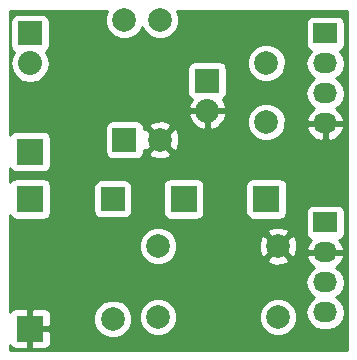
<source format=gbl>
G04 #@! TF.FileFunction,Copper,L2,Bot,Signal*
%FSLAX46Y46*%
G04 Gerber Fmt 4.6, Leading zero omitted, Abs format (unit mm)*
G04 Created by KiCad (PCBNEW 4.0.1-3.201512221402+6198~38~ubuntu14.04.1-stable) date Sat 30 Apr 2016 09:50:25 AM EDT*
%MOMM*%
G01*
G04 APERTURE LIST*
%ADD10C,0.100000*%
%ADD11C,1.998980*%
%ADD12R,1.998980X1.998980*%
%ADD13R,2.032000X1.727200*%
%ADD14O,2.032000X1.727200*%
%ADD15R,2.235200X2.235200*%
%ADD16R,2.032000X2.032000*%
%ADD17O,2.032000X2.032000*%
%ADD18C,0.254000*%
G04 APERTURE END LIST*
D10*
D11*
X111997460Y-34840000D03*
D12*
X111997460Y-45000000D03*
D11*
X111002540Y-60160000D03*
D12*
X111002540Y-50000000D03*
D13*
X129000000Y-36000000D03*
D14*
X129000000Y-38540000D03*
X129000000Y-41080000D03*
X129000000Y-43620000D03*
D15*
X104000000Y-50000000D03*
X124000000Y-50000000D03*
X117000000Y-50000000D03*
X104000000Y-46000000D03*
D16*
X104000000Y-36000000D03*
D17*
X104000000Y-38540000D03*
D11*
X115000000Y-45000000D03*
X115000000Y-34840000D03*
D16*
X119000000Y-40000000D03*
D17*
X119000000Y-42540000D03*
D13*
X129000000Y-52000000D03*
D14*
X129000000Y-54540000D03*
X129000000Y-57080000D03*
X129000000Y-59620000D03*
D11*
X125000000Y-60000000D03*
X114840000Y-60000000D03*
X125000000Y-54000000D03*
X114840000Y-54000000D03*
X124000000Y-38500640D03*
X124000000Y-43501900D03*
D15*
X104000000Y-61000000D03*
D18*
G36*
X110363254Y-34513453D02*
X110362686Y-35163694D01*
X110610998Y-35764655D01*
X111070387Y-36224846D01*
X111670913Y-36474206D01*
X112321154Y-36474774D01*
X112922115Y-36226462D01*
X113382306Y-35767073D01*
X113498708Y-35486745D01*
X113613538Y-35764655D01*
X114072927Y-36224846D01*
X114673453Y-36474206D01*
X115323694Y-36474774D01*
X115924655Y-36226462D01*
X116384846Y-35767073D01*
X116634206Y-35166547D01*
X116634774Y-34516306D01*
X116473916Y-34127000D01*
X130873000Y-34127000D01*
X130873000Y-62790000D01*
X102310000Y-62790000D01*
X102310000Y-62395040D01*
X102344073Y-62477299D01*
X102522702Y-62655927D01*
X102756091Y-62752600D01*
X103714250Y-62752600D01*
X103873000Y-62593850D01*
X103873000Y-61127000D01*
X104127000Y-61127000D01*
X104127000Y-62593850D01*
X104285750Y-62752600D01*
X105243909Y-62752600D01*
X105477298Y-62655927D01*
X105655927Y-62477299D01*
X105752600Y-62243910D01*
X105752600Y-61285750D01*
X105593850Y-61127000D01*
X104127000Y-61127000D01*
X103873000Y-61127000D01*
X103853000Y-61127000D01*
X103853000Y-60873000D01*
X103873000Y-60873000D01*
X103873000Y-59406150D01*
X104127000Y-59406150D01*
X104127000Y-60873000D01*
X105593850Y-60873000D01*
X105752600Y-60714250D01*
X105752600Y-60483694D01*
X109367766Y-60483694D01*
X109616078Y-61084655D01*
X110075467Y-61544846D01*
X110675993Y-61794206D01*
X111326234Y-61794774D01*
X111927195Y-61546462D01*
X112387386Y-61087073D01*
X112636746Y-60486547D01*
X112636888Y-60323694D01*
X113205226Y-60323694D01*
X113453538Y-60924655D01*
X113912927Y-61384846D01*
X114513453Y-61634206D01*
X115163694Y-61634774D01*
X115764655Y-61386462D01*
X116224846Y-60927073D01*
X116474206Y-60326547D01*
X116474208Y-60323694D01*
X123365226Y-60323694D01*
X123613538Y-60924655D01*
X124072927Y-61384846D01*
X124673453Y-61634206D01*
X125323694Y-61634774D01*
X125924655Y-61386462D01*
X126384846Y-60927073D01*
X126634206Y-60326547D01*
X126634774Y-59676306D01*
X126386462Y-59075345D01*
X125927073Y-58615154D01*
X125326547Y-58365794D01*
X124676306Y-58365226D01*
X124075345Y-58613538D01*
X123615154Y-59072927D01*
X123365794Y-59673453D01*
X123365226Y-60323694D01*
X116474208Y-60323694D01*
X116474774Y-59676306D01*
X116226462Y-59075345D01*
X115767073Y-58615154D01*
X115166547Y-58365794D01*
X114516306Y-58365226D01*
X113915345Y-58613538D01*
X113455154Y-59072927D01*
X113205794Y-59673453D01*
X113205226Y-60323694D01*
X112636888Y-60323694D01*
X112637314Y-59836306D01*
X112389002Y-59235345D01*
X111929613Y-58775154D01*
X111329087Y-58525794D01*
X110678846Y-58525226D01*
X110077885Y-58773538D01*
X109617694Y-59232927D01*
X109368334Y-59833453D01*
X109367766Y-60483694D01*
X105752600Y-60483694D01*
X105752600Y-59756090D01*
X105655927Y-59522701D01*
X105477298Y-59344073D01*
X105243909Y-59247400D01*
X104285750Y-59247400D01*
X104127000Y-59406150D01*
X103873000Y-59406150D01*
X103714250Y-59247400D01*
X102756091Y-59247400D01*
X102522702Y-59344073D01*
X102344073Y-59522701D01*
X102310000Y-59604960D01*
X102310000Y-57080000D01*
X127316655Y-57080000D01*
X127430729Y-57653489D01*
X127755585Y-58139670D01*
X128070366Y-58350000D01*
X127755585Y-58560330D01*
X127430729Y-59046511D01*
X127316655Y-59620000D01*
X127430729Y-60193489D01*
X127755585Y-60679670D01*
X128241766Y-61004526D01*
X128815255Y-61118600D01*
X129184745Y-61118600D01*
X129758234Y-61004526D01*
X130244415Y-60679670D01*
X130569271Y-60193489D01*
X130683345Y-59620000D01*
X130569271Y-59046511D01*
X130244415Y-58560330D01*
X129929634Y-58350000D01*
X130244415Y-58139670D01*
X130569271Y-57653489D01*
X130683345Y-57080000D01*
X130569271Y-56506511D01*
X130244415Y-56020330D01*
X129934931Y-55813539D01*
X130350732Y-55442036D01*
X130604709Y-54914791D01*
X130607358Y-54899026D01*
X130486217Y-54667000D01*
X129127000Y-54667000D01*
X129127000Y-54687000D01*
X128873000Y-54687000D01*
X128873000Y-54667000D01*
X127513783Y-54667000D01*
X127392642Y-54899026D01*
X127395291Y-54914791D01*
X127649268Y-55442036D01*
X128065069Y-55813539D01*
X127755585Y-56020330D01*
X127430729Y-56506511D01*
X127316655Y-57080000D01*
X102310000Y-57080000D01*
X102310000Y-54323694D01*
X113205226Y-54323694D01*
X113453538Y-54924655D01*
X113912927Y-55384846D01*
X114513453Y-55634206D01*
X115163694Y-55634774D01*
X115764655Y-55386462D01*
X115999363Y-55152163D01*
X124027443Y-55152163D01*
X124126042Y-55418965D01*
X124735582Y-55645401D01*
X125385377Y-55621341D01*
X125873958Y-55418965D01*
X125972557Y-55152163D01*
X125000000Y-54179605D01*
X124027443Y-55152163D01*
X115999363Y-55152163D01*
X116224846Y-54927073D01*
X116474206Y-54326547D01*
X116474722Y-53735582D01*
X123354599Y-53735582D01*
X123378659Y-54385377D01*
X123581035Y-54873958D01*
X123847837Y-54972557D01*
X124820395Y-54000000D01*
X125179605Y-54000000D01*
X126152163Y-54972557D01*
X126418965Y-54873958D01*
X126645401Y-54264418D01*
X126621341Y-53614623D01*
X126418965Y-53126042D01*
X126152163Y-53027443D01*
X125179605Y-54000000D01*
X124820395Y-54000000D01*
X123847837Y-53027443D01*
X123581035Y-53126042D01*
X123354599Y-53735582D01*
X116474722Y-53735582D01*
X116474774Y-53676306D01*
X116226462Y-53075345D01*
X115999351Y-52847837D01*
X124027443Y-52847837D01*
X125000000Y-53820395D01*
X125972557Y-52847837D01*
X125873958Y-52581035D01*
X125264418Y-52354599D01*
X124614623Y-52378659D01*
X124126042Y-52581035D01*
X124027443Y-52847837D01*
X115999351Y-52847837D01*
X115767073Y-52615154D01*
X115166547Y-52365794D01*
X114516306Y-52365226D01*
X113915345Y-52613538D01*
X113455154Y-53072927D01*
X113205794Y-53673453D01*
X113205226Y-54323694D01*
X102310000Y-54323694D01*
X102310000Y-51400722D01*
X102418310Y-51569041D01*
X102630510Y-51714031D01*
X102882400Y-51765040D01*
X105117600Y-51765040D01*
X105352917Y-51720762D01*
X105569041Y-51581690D01*
X105714031Y-51369490D01*
X105765040Y-51117600D01*
X105765040Y-49000510D01*
X109355610Y-49000510D01*
X109355610Y-50999490D01*
X109399888Y-51234807D01*
X109538960Y-51450931D01*
X109751160Y-51595921D01*
X110003050Y-51646930D01*
X112002030Y-51646930D01*
X112237347Y-51602652D01*
X112453471Y-51463580D01*
X112598461Y-51251380D01*
X112649470Y-50999490D01*
X112649470Y-49000510D01*
X112627247Y-48882400D01*
X115234960Y-48882400D01*
X115234960Y-51117600D01*
X115279238Y-51352917D01*
X115418310Y-51569041D01*
X115630510Y-51714031D01*
X115882400Y-51765040D01*
X118117600Y-51765040D01*
X118352917Y-51720762D01*
X118569041Y-51581690D01*
X118714031Y-51369490D01*
X118765040Y-51117600D01*
X118765040Y-48882400D01*
X122234960Y-48882400D01*
X122234960Y-51117600D01*
X122279238Y-51352917D01*
X122418310Y-51569041D01*
X122630510Y-51714031D01*
X122882400Y-51765040D01*
X125117600Y-51765040D01*
X125352917Y-51720762D01*
X125569041Y-51581690D01*
X125714031Y-51369490D01*
X125761232Y-51136400D01*
X127336560Y-51136400D01*
X127336560Y-52863600D01*
X127380838Y-53098917D01*
X127519910Y-53315041D01*
X127732110Y-53460031D01*
X127826927Y-53479232D01*
X127649268Y-53637964D01*
X127395291Y-54165209D01*
X127392642Y-54180974D01*
X127513783Y-54413000D01*
X128873000Y-54413000D01*
X128873000Y-54393000D01*
X129127000Y-54393000D01*
X129127000Y-54413000D01*
X130486217Y-54413000D01*
X130607358Y-54180974D01*
X130604709Y-54165209D01*
X130350732Y-53637964D01*
X130175155Y-53481093D01*
X130251317Y-53466762D01*
X130467441Y-53327690D01*
X130612431Y-53115490D01*
X130663440Y-52863600D01*
X130663440Y-51136400D01*
X130619162Y-50901083D01*
X130480090Y-50684959D01*
X130267890Y-50539969D01*
X130016000Y-50488960D01*
X127984000Y-50488960D01*
X127748683Y-50533238D01*
X127532559Y-50672310D01*
X127387569Y-50884510D01*
X127336560Y-51136400D01*
X125761232Y-51136400D01*
X125765040Y-51117600D01*
X125765040Y-48882400D01*
X125720762Y-48647083D01*
X125581690Y-48430959D01*
X125369490Y-48285969D01*
X125117600Y-48234960D01*
X122882400Y-48234960D01*
X122647083Y-48279238D01*
X122430959Y-48418310D01*
X122285969Y-48630510D01*
X122234960Y-48882400D01*
X118765040Y-48882400D01*
X118720762Y-48647083D01*
X118581690Y-48430959D01*
X118369490Y-48285969D01*
X118117600Y-48234960D01*
X115882400Y-48234960D01*
X115647083Y-48279238D01*
X115430959Y-48418310D01*
X115285969Y-48630510D01*
X115234960Y-48882400D01*
X112627247Y-48882400D01*
X112605192Y-48765193D01*
X112466120Y-48549069D01*
X112253920Y-48404079D01*
X112002030Y-48353070D01*
X110003050Y-48353070D01*
X109767733Y-48397348D01*
X109551609Y-48536420D01*
X109406619Y-48748620D01*
X109355610Y-49000510D01*
X105765040Y-49000510D01*
X105765040Y-48882400D01*
X105720762Y-48647083D01*
X105581690Y-48430959D01*
X105369490Y-48285969D01*
X105117600Y-48234960D01*
X102882400Y-48234960D01*
X102647083Y-48279238D01*
X102430959Y-48418310D01*
X102310000Y-48595339D01*
X102310000Y-47400722D01*
X102418310Y-47569041D01*
X102630510Y-47714031D01*
X102882400Y-47765040D01*
X105117600Y-47765040D01*
X105352917Y-47720762D01*
X105569041Y-47581690D01*
X105714031Y-47369490D01*
X105765040Y-47117600D01*
X105765040Y-44882400D01*
X105720762Y-44647083D01*
X105581690Y-44430959D01*
X105369490Y-44285969D01*
X105117600Y-44234960D01*
X102882400Y-44234960D01*
X102647083Y-44279238D01*
X102430959Y-44418310D01*
X102310000Y-44595339D01*
X102310000Y-44000510D01*
X110350530Y-44000510D01*
X110350530Y-45999490D01*
X110394808Y-46234807D01*
X110533880Y-46450931D01*
X110746080Y-46595921D01*
X110997970Y-46646930D01*
X112996950Y-46646930D01*
X113232267Y-46602652D01*
X113448391Y-46463580D01*
X113593381Y-46251380D01*
X113613472Y-46152163D01*
X114027443Y-46152163D01*
X114126042Y-46418965D01*
X114735582Y-46645401D01*
X115385377Y-46621341D01*
X115873958Y-46418965D01*
X115972557Y-46152163D01*
X115000000Y-45179605D01*
X114027443Y-46152163D01*
X113613472Y-46152163D01*
X113644390Y-45999490D01*
X113644390Y-45897371D01*
X113847837Y-45972557D01*
X114820395Y-45000000D01*
X115179605Y-45000000D01*
X116152163Y-45972557D01*
X116418965Y-45873958D01*
X116645401Y-45264418D01*
X116621341Y-44614623D01*
X116418965Y-44126042D01*
X116152163Y-44027443D01*
X115179605Y-45000000D01*
X114820395Y-45000000D01*
X113847837Y-44027443D01*
X113644390Y-44102629D01*
X113644390Y-44000510D01*
X113615663Y-43847837D01*
X114027443Y-43847837D01*
X115000000Y-44820395D01*
X115972557Y-43847837D01*
X115873958Y-43581035D01*
X115264418Y-43354599D01*
X114614623Y-43378659D01*
X114126042Y-43581035D01*
X114027443Y-43847837D01*
X113615663Y-43847837D01*
X113600112Y-43765193D01*
X113461040Y-43549069D01*
X113248840Y-43404079D01*
X112996950Y-43353070D01*
X110997970Y-43353070D01*
X110762653Y-43397348D01*
X110546529Y-43536420D01*
X110401539Y-43748620D01*
X110350530Y-44000510D01*
X102310000Y-44000510D01*
X102310000Y-42922944D01*
X117394025Y-42922944D01*
X117593615Y-43404818D01*
X118031621Y-43877188D01*
X118617054Y-44145983D01*
X118873000Y-44027367D01*
X118873000Y-42667000D01*
X119127000Y-42667000D01*
X119127000Y-44027367D01*
X119382946Y-44145983D01*
X119968379Y-43877188D01*
X120016219Y-43825594D01*
X122365226Y-43825594D01*
X122613538Y-44426555D01*
X123072927Y-44886746D01*
X123673453Y-45136106D01*
X124323694Y-45136674D01*
X124924655Y-44888362D01*
X125384846Y-44428973D01*
X125571680Y-43979026D01*
X127392642Y-43979026D01*
X127395291Y-43994791D01*
X127649268Y-44522036D01*
X128085680Y-44911954D01*
X128638087Y-45105184D01*
X128873000Y-44960924D01*
X128873000Y-43747000D01*
X129127000Y-43747000D01*
X129127000Y-44960924D01*
X129361913Y-45105184D01*
X129914320Y-44911954D01*
X130350732Y-44522036D01*
X130604709Y-43994791D01*
X130607358Y-43979026D01*
X130486217Y-43747000D01*
X129127000Y-43747000D01*
X128873000Y-43747000D01*
X127513783Y-43747000D01*
X127392642Y-43979026D01*
X125571680Y-43979026D01*
X125634206Y-43828447D01*
X125634774Y-43178206D01*
X125386462Y-42577245D01*
X124927073Y-42117054D01*
X124326547Y-41867694D01*
X123676306Y-41867126D01*
X123075345Y-42115438D01*
X122615154Y-42574827D01*
X122365794Y-43175353D01*
X122365226Y-43825594D01*
X120016219Y-43825594D01*
X120406385Y-43404818D01*
X120605975Y-42922944D01*
X120486836Y-42667000D01*
X119127000Y-42667000D01*
X118873000Y-42667000D01*
X117513164Y-42667000D01*
X117394025Y-42922944D01*
X102310000Y-42922944D01*
X102310000Y-38540000D01*
X102316655Y-38540000D01*
X102442330Y-39171810D01*
X102800222Y-39707433D01*
X103335845Y-40065325D01*
X103967655Y-40191000D01*
X104032345Y-40191000D01*
X104664155Y-40065325D01*
X105199778Y-39707433D01*
X105557670Y-39171810D01*
X105595027Y-38984000D01*
X117336560Y-38984000D01*
X117336560Y-41016000D01*
X117380838Y-41251317D01*
X117519910Y-41467441D01*
X117682948Y-41578840D01*
X117593615Y-41675182D01*
X117394025Y-42157056D01*
X117513164Y-42413000D01*
X118873000Y-42413000D01*
X118873000Y-42393000D01*
X119127000Y-42393000D01*
X119127000Y-42413000D01*
X120486836Y-42413000D01*
X120605975Y-42157056D01*
X120406385Y-41675182D01*
X120315903Y-41577602D01*
X120467441Y-41480090D01*
X120612431Y-41267890D01*
X120663440Y-41016000D01*
X120663440Y-38984000D01*
X120633397Y-38824334D01*
X122365226Y-38824334D01*
X122613538Y-39425295D01*
X123072927Y-39885486D01*
X123673453Y-40134846D01*
X124323694Y-40135414D01*
X124924655Y-39887102D01*
X125384846Y-39427713D01*
X125634206Y-38827187D01*
X125634456Y-38540000D01*
X127316655Y-38540000D01*
X127430729Y-39113489D01*
X127755585Y-39599670D01*
X128070366Y-39810000D01*
X127755585Y-40020330D01*
X127430729Y-40506511D01*
X127316655Y-41080000D01*
X127430729Y-41653489D01*
X127755585Y-42139670D01*
X128065069Y-42346461D01*
X127649268Y-42717964D01*
X127395291Y-43245209D01*
X127392642Y-43260974D01*
X127513783Y-43493000D01*
X128873000Y-43493000D01*
X128873000Y-43473000D01*
X129127000Y-43473000D01*
X129127000Y-43493000D01*
X130486217Y-43493000D01*
X130607358Y-43260974D01*
X130604709Y-43245209D01*
X130350732Y-42717964D01*
X129934931Y-42346461D01*
X130244415Y-42139670D01*
X130569271Y-41653489D01*
X130683345Y-41080000D01*
X130569271Y-40506511D01*
X130244415Y-40020330D01*
X129929634Y-39810000D01*
X130244415Y-39599670D01*
X130569271Y-39113489D01*
X130683345Y-38540000D01*
X130569271Y-37966511D01*
X130244415Y-37480330D01*
X130230087Y-37470757D01*
X130251317Y-37466762D01*
X130467441Y-37327690D01*
X130612431Y-37115490D01*
X130663440Y-36863600D01*
X130663440Y-35136400D01*
X130619162Y-34901083D01*
X130480090Y-34684959D01*
X130267890Y-34539969D01*
X130016000Y-34488960D01*
X127984000Y-34488960D01*
X127748683Y-34533238D01*
X127532559Y-34672310D01*
X127387569Y-34884510D01*
X127336560Y-35136400D01*
X127336560Y-36863600D01*
X127380838Y-37098917D01*
X127519910Y-37315041D01*
X127732110Y-37460031D01*
X127773439Y-37468400D01*
X127755585Y-37480330D01*
X127430729Y-37966511D01*
X127316655Y-38540000D01*
X125634456Y-38540000D01*
X125634774Y-38176946D01*
X125386462Y-37575985D01*
X124927073Y-37115794D01*
X124326547Y-36866434D01*
X123676306Y-36865866D01*
X123075345Y-37114178D01*
X122615154Y-37573567D01*
X122365794Y-38174093D01*
X122365226Y-38824334D01*
X120633397Y-38824334D01*
X120619162Y-38748683D01*
X120480090Y-38532559D01*
X120267890Y-38387569D01*
X120016000Y-38336560D01*
X117984000Y-38336560D01*
X117748683Y-38380838D01*
X117532559Y-38519910D01*
X117387569Y-38732110D01*
X117336560Y-38984000D01*
X105595027Y-38984000D01*
X105683345Y-38540000D01*
X105557670Y-37908190D01*
X105330501Y-37568208D01*
X105467441Y-37480090D01*
X105612431Y-37267890D01*
X105663440Y-37016000D01*
X105663440Y-34984000D01*
X105619162Y-34748683D01*
X105480090Y-34532559D01*
X105267890Y-34387569D01*
X105016000Y-34336560D01*
X102984000Y-34336560D01*
X102748683Y-34380838D01*
X102532559Y-34519910D01*
X102387569Y-34732110D01*
X102336560Y-34984000D01*
X102336560Y-37016000D01*
X102380838Y-37251317D01*
X102519910Y-37467441D01*
X102668837Y-37569198D01*
X102442330Y-37908190D01*
X102316655Y-38540000D01*
X102310000Y-38540000D01*
X102310000Y-34127000D01*
X110523723Y-34127000D01*
X110363254Y-34513453D01*
X110363254Y-34513453D01*
G37*
X110363254Y-34513453D02*
X110362686Y-35163694D01*
X110610998Y-35764655D01*
X111070387Y-36224846D01*
X111670913Y-36474206D01*
X112321154Y-36474774D01*
X112922115Y-36226462D01*
X113382306Y-35767073D01*
X113498708Y-35486745D01*
X113613538Y-35764655D01*
X114072927Y-36224846D01*
X114673453Y-36474206D01*
X115323694Y-36474774D01*
X115924655Y-36226462D01*
X116384846Y-35767073D01*
X116634206Y-35166547D01*
X116634774Y-34516306D01*
X116473916Y-34127000D01*
X130873000Y-34127000D01*
X130873000Y-62790000D01*
X102310000Y-62790000D01*
X102310000Y-62395040D01*
X102344073Y-62477299D01*
X102522702Y-62655927D01*
X102756091Y-62752600D01*
X103714250Y-62752600D01*
X103873000Y-62593850D01*
X103873000Y-61127000D01*
X104127000Y-61127000D01*
X104127000Y-62593850D01*
X104285750Y-62752600D01*
X105243909Y-62752600D01*
X105477298Y-62655927D01*
X105655927Y-62477299D01*
X105752600Y-62243910D01*
X105752600Y-61285750D01*
X105593850Y-61127000D01*
X104127000Y-61127000D01*
X103873000Y-61127000D01*
X103853000Y-61127000D01*
X103853000Y-60873000D01*
X103873000Y-60873000D01*
X103873000Y-59406150D01*
X104127000Y-59406150D01*
X104127000Y-60873000D01*
X105593850Y-60873000D01*
X105752600Y-60714250D01*
X105752600Y-60483694D01*
X109367766Y-60483694D01*
X109616078Y-61084655D01*
X110075467Y-61544846D01*
X110675993Y-61794206D01*
X111326234Y-61794774D01*
X111927195Y-61546462D01*
X112387386Y-61087073D01*
X112636746Y-60486547D01*
X112636888Y-60323694D01*
X113205226Y-60323694D01*
X113453538Y-60924655D01*
X113912927Y-61384846D01*
X114513453Y-61634206D01*
X115163694Y-61634774D01*
X115764655Y-61386462D01*
X116224846Y-60927073D01*
X116474206Y-60326547D01*
X116474208Y-60323694D01*
X123365226Y-60323694D01*
X123613538Y-60924655D01*
X124072927Y-61384846D01*
X124673453Y-61634206D01*
X125323694Y-61634774D01*
X125924655Y-61386462D01*
X126384846Y-60927073D01*
X126634206Y-60326547D01*
X126634774Y-59676306D01*
X126386462Y-59075345D01*
X125927073Y-58615154D01*
X125326547Y-58365794D01*
X124676306Y-58365226D01*
X124075345Y-58613538D01*
X123615154Y-59072927D01*
X123365794Y-59673453D01*
X123365226Y-60323694D01*
X116474208Y-60323694D01*
X116474774Y-59676306D01*
X116226462Y-59075345D01*
X115767073Y-58615154D01*
X115166547Y-58365794D01*
X114516306Y-58365226D01*
X113915345Y-58613538D01*
X113455154Y-59072927D01*
X113205794Y-59673453D01*
X113205226Y-60323694D01*
X112636888Y-60323694D01*
X112637314Y-59836306D01*
X112389002Y-59235345D01*
X111929613Y-58775154D01*
X111329087Y-58525794D01*
X110678846Y-58525226D01*
X110077885Y-58773538D01*
X109617694Y-59232927D01*
X109368334Y-59833453D01*
X109367766Y-60483694D01*
X105752600Y-60483694D01*
X105752600Y-59756090D01*
X105655927Y-59522701D01*
X105477298Y-59344073D01*
X105243909Y-59247400D01*
X104285750Y-59247400D01*
X104127000Y-59406150D01*
X103873000Y-59406150D01*
X103714250Y-59247400D01*
X102756091Y-59247400D01*
X102522702Y-59344073D01*
X102344073Y-59522701D01*
X102310000Y-59604960D01*
X102310000Y-57080000D01*
X127316655Y-57080000D01*
X127430729Y-57653489D01*
X127755585Y-58139670D01*
X128070366Y-58350000D01*
X127755585Y-58560330D01*
X127430729Y-59046511D01*
X127316655Y-59620000D01*
X127430729Y-60193489D01*
X127755585Y-60679670D01*
X128241766Y-61004526D01*
X128815255Y-61118600D01*
X129184745Y-61118600D01*
X129758234Y-61004526D01*
X130244415Y-60679670D01*
X130569271Y-60193489D01*
X130683345Y-59620000D01*
X130569271Y-59046511D01*
X130244415Y-58560330D01*
X129929634Y-58350000D01*
X130244415Y-58139670D01*
X130569271Y-57653489D01*
X130683345Y-57080000D01*
X130569271Y-56506511D01*
X130244415Y-56020330D01*
X129934931Y-55813539D01*
X130350732Y-55442036D01*
X130604709Y-54914791D01*
X130607358Y-54899026D01*
X130486217Y-54667000D01*
X129127000Y-54667000D01*
X129127000Y-54687000D01*
X128873000Y-54687000D01*
X128873000Y-54667000D01*
X127513783Y-54667000D01*
X127392642Y-54899026D01*
X127395291Y-54914791D01*
X127649268Y-55442036D01*
X128065069Y-55813539D01*
X127755585Y-56020330D01*
X127430729Y-56506511D01*
X127316655Y-57080000D01*
X102310000Y-57080000D01*
X102310000Y-54323694D01*
X113205226Y-54323694D01*
X113453538Y-54924655D01*
X113912927Y-55384846D01*
X114513453Y-55634206D01*
X115163694Y-55634774D01*
X115764655Y-55386462D01*
X115999363Y-55152163D01*
X124027443Y-55152163D01*
X124126042Y-55418965D01*
X124735582Y-55645401D01*
X125385377Y-55621341D01*
X125873958Y-55418965D01*
X125972557Y-55152163D01*
X125000000Y-54179605D01*
X124027443Y-55152163D01*
X115999363Y-55152163D01*
X116224846Y-54927073D01*
X116474206Y-54326547D01*
X116474722Y-53735582D01*
X123354599Y-53735582D01*
X123378659Y-54385377D01*
X123581035Y-54873958D01*
X123847837Y-54972557D01*
X124820395Y-54000000D01*
X125179605Y-54000000D01*
X126152163Y-54972557D01*
X126418965Y-54873958D01*
X126645401Y-54264418D01*
X126621341Y-53614623D01*
X126418965Y-53126042D01*
X126152163Y-53027443D01*
X125179605Y-54000000D01*
X124820395Y-54000000D01*
X123847837Y-53027443D01*
X123581035Y-53126042D01*
X123354599Y-53735582D01*
X116474722Y-53735582D01*
X116474774Y-53676306D01*
X116226462Y-53075345D01*
X115999351Y-52847837D01*
X124027443Y-52847837D01*
X125000000Y-53820395D01*
X125972557Y-52847837D01*
X125873958Y-52581035D01*
X125264418Y-52354599D01*
X124614623Y-52378659D01*
X124126042Y-52581035D01*
X124027443Y-52847837D01*
X115999351Y-52847837D01*
X115767073Y-52615154D01*
X115166547Y-52365794D01*
X114516306Y-52365226D01*
X113915345Y-52613538D01*
X113455154Y-53072927D01*
X113205794Y-53673453D01*
X113205226Y-54323694D01*
X102310000Y-54323694D01*
X102310000Y-51400722D01*
X102418310Y-51569041D01*
X102630510Y-51714031D01*
X102882400Y-51765040D01*
X105117600Y-51765040D01*
X105352917Y-51720762D01*
X105569041Y-51581690D01*
X105714031Y-51369490D01*
X105765040Y-51117600D01*
X105765040Y-49000510D01*
X109355610Y-49000510D01*
X109355610Y-50999490D01*
X109399888Y-51234807D01*
X109538960Y-51450931D01*
X109751160Y-51595921D01*
X110003050Y-51646930D01*
X112002030Y-51646930D01*
X112237347Y-51602652D01*
X112453471Y-51463580D01*
X112598461Y-51251380D01*
X112649470Y-50999490D01*
X112649470Y-49000510D01*
X112627247Y-48882400D01*
X115234960Y-48882400D01*
X115234960Y-51117600D01*
X115279238Y-51352917D01*
X115418310Y-51569041D01*
X115630510Y-51714031D01*
X115882400Y-51765040D01*
X118117600Y-51765040D01*
X118352917Y-51720762D01*
X118569041Y-51581690D01*
X118714031Y-51369490D01*
X118765040Y-51117600D01*
X118765040Y-48882400D01*
X122234960Y-48882400D01*
X122234960Y-51117600D01*
X122279238Y-51352917D01*
X122418310Y-51569041D01*
X122630510Y-51714031D01*
X122882400Y-51765040D01*
X125117600Y-51765040D01*
X125352917Y-51720762D01*
X125569041Y-51581690D01*
X125714031Y-51369490D01*
X125761232Y-51136400D01*
X127336560Y-51136400D01*
X127336560Y-52863600D01*
X127380838Y-53098917D01*
X127519910Y-53315041D01*
X127732110Y-53460031D01*
X127826927Y-53479232D01*
X127649268Y-53637964D01*
X127395291Y-54165209D01*
X127392642Y-54180974D01*
X127513783Y-54413000D01*
X128873000Y-54413000D01*
X128873000Y-54393000D01*
X129127000Y-54393000D01*
X129127000Y-54413000D01*
X130486217Y-54413000D01*
X130607358Y-54180974D01*
X130604709Y-54165209D01*
X130350732Y-53637964D01*
X130175155Y-53481093D01*
X130251317Y-53466762D01*
X130467441Y-53327690D01*
X130612431Y-53115490D01*
X130663440Y-52863600D01*
X130663440Y-51136400D01*
X130619162Y-50901083D01*
X130480090Y-50684959D01*
X130267890Y-50539969D01*
X130016000Y-50488960D01*
X127984000Y-50488960D01*
X127748683Y-50533238D01*
X127532559Y-50672310D01*
X127387569Y-50884510D01*
X127336560Y-51136400D01*
X125761232Y-51136400D01*
X125765040Y-51117600D01*
X125765040Y-48882400D01*
X125720762Y-48647083D01*
X125581690Y-48430959D01*
X125369490Y-48285969D01*
X125117600Y-48234960D01*
X122882400Y-48234960D01*
X122647083Y-48279238D01*
X122430959Y-48418310D01*
X122285969Y-48630510D01*
X122234960Y-48882400D01*
X118765040Y-48882400D01*
X118720762Y-48647083D01*
X118581690Y-48430959D01*
X118369490Y-48285969D01*
X118117600Y-48234960D01*
X115882400Y-48234960D01*
X115647083Y-48279238D01*
X115430959Y-48418310D01*
X115285969Y-48630510D01*
X115234960Y-48882400D01*
X112627247Y-48882400D01*
X112605192Y-48765193D01*
X112466120Y-48549069D01*
X112253920Y-48404079D01*
X112002030Y-48353070D01*
X110003050Y-48353070D01*
X109767733Y-48397348D01*
X109551609Y-48536420D01*
X109406619Y-48748620D01*
X109355610Y-49000510D01*
X105765040Y-49000510D01*
X105765040Y-48882400D01*
X105720762Y-48647083D01*
X105581690Y-48430959D01*
X105369490Y-48285969D01*
X105117600Y-48234960D01*
X102882400Y-48234960D01*
X102647083Y-48279238D01*
X102430959Y-48418310D01*
X102310000Y-48595339D01*
X102310000Y-47400722D01*
X102418310Y-47569041D01*
X102630510Y-47714031D01*
X102882400Y-47765040D01*
X105117600Y-47765040D01*
X105352917Y-47720762D01*
X105569041Y-47581690D01*
X105714031Y-47369490D01*
X105765040Y-47117600D01*
X105765040Y-44882400D01*
X105720762Y-44647083D01*
X105581690Y-44430959D01*
X105369490Y-44285969D01*
X105117600Y-44234960D01*
X102882400Y-44234960D01*
X102647083Y-44279238D01*
X102430959Y-44418310D01*
X102310000Y-44595339D01*
X102310000Y-44000510D01*
X110350530Y-44000510D01*
X110350530Y-45999490D01*
X110394808Y-46234807D01*
X110533880Y-46450931D01*
X110746080Y-46595921D01*
X110997970Y-46646930D01*
X112996950Y-46646930D01*
X113232267Y-46602652D01*
X113448391Y-46463580D01*
X113593381Y-46251380D01*
X113613472Y-46152163D01*
X114027443Y-46152163D01*
X114126042Y-46418965D01*
X114735582Y-46645401D01*
X115385377Y-46621341D01*
X115873958Y-46418965D01*
X115972557Y-46152163D01*
X115000000Y-45179605D01*
X114027443Y-46152163D01*
X113613472Y-46152163D01*
X113644390Y-45999490D01*
X113644390Y-45897371D01*
X113847837Y-45972557D01*
X114820395Y-45000000D01*
X115179605Y-45000000D01*
X116152163Y-45972557D01*
X116418965Y-45873958D01*
X116645401Y-45264418D01*
X116621341Y-44614623D01*
X116418965Y-44126042D01*
X116152163Y-44027443D01*
X115179605Y-45000000D01*
X114820395Y-45000000D01*
X113847837Y-44027443D01*
X113644390Y-44102629D01*
X113644390Y-44000510D01*
X113615663Y-43847837D01*
X114027443Y-43847837D01*
X115000000Y-44820395D01*
X115972557Y-43847837D01*
X115873958Y-43581035D01*
X115264418Y-43354599D01*
X114614623Y-43378659D01*
X114126042Y-43581035D01*
X114027443Y-43847837D01*
X113615663Y-43847837D01*
X113600112Y-43765193D01*
X113461040Y-43549069D01*
X113248840Y-43404079D01*
X112996950Y-43353070D01*
X110997970Y-43353070D01*
X110762653Y-43397348D01*
X110546529Y-43536420D01*
X110401539Y-43748620D01*
X110350530Y-44000510D01*
X102310000Y-44000510D01*
X102310000Y-42922944D01*
X117394025Y-42922944D01*
X117593615Y-43404818D01*
X118031621Y-43877188D01*
X118617054Y-44145983D01*
X118873000Y-44027367D01*
X118873000Y-42667000D01*
X119127000Y-42667000D01*
X119127000Y-44027367D01*
X119382946Y-44145983D01*
X119968379Y-43877188D01*
X120016219Y-43825594D01*
X122365226Y-43825594D01*
X122613538Y-44426555D01*
X123072927Y-44886746D01*
X123673453Y-45136106D01*
X124323694Y-45136674D01*
X124924655Y-44888362D01*
X125384846Y-44428973D01*
X125571680Y-43979026D01*
X127392642Y-43979026D01*
X127395291Y-43994791D01*
X127649268Y-44522036D01*
X128085680Y-44911954D01*
X128638087Y-45105184D01*
X128873000Y-44960924D01*
X128873000Y-43747000D01*
X129127000Y-43747000D01*
X129127000Y-44960924D01*
X129361913Y-45105184D01*
X129914320Y-44911954D01*
X130350732Y-44522036D01*
X130604709Y-43994791D01*
X130607358Y-43979026D01*
X130486217Y-43747000D01*
X129127000Y-43747000D01*
X128873000Y-43747000D01*
X127513783Y-43747000D01*
X127392642Y-43979026D01*
X125571680Y-43979026D01*
X125634206Y-43828447D01*
X125634774Y-43178206D01*
X125386462Y-42577245D01*
X124927073Y-42117054D01*
X124326547Y-41867694D01*
X123676306Y-41867126D01*
X123075345Y-42115438D01*
X122615154Y-42574827D01*
X122365794Y-43175353D01*
X122365226Y-43825594D01*
X120016219Y-43825594D01*
X120406385Y-43404818D01*
X120605975Y-42922944D01*
X120486836Y-42667000D01*
X119127000Y-42667000D01*
X118873000Y-42667000D01*
X117513164Y-42667000D01*
X117394025Y-42922944D01*
X102310000Y-42922944D01*
X102310000Y-38540000D01*
X102316655Y-38540000D01*
X102442330Y-39171810D01*
X102800222Y-39707433D01*
X103335845Y-40065325D01*
X103967655Y-40191000D01*
X104032345Y-40191000D01*
X104664155Y-40065325D01*
X105199778Y-39707433D01*
X105557670Y-39171810D01*
X105595027Y-38984000D01*
X117336560Y-38984000D01*
X117336560Y-41016000D01*
X117380838Y-41251317D01*
X117519910Y-41467441D01*
X117682948Y-41578840D01*
X117593615Y-41675182D01*
X117394025Y-42157056D01*
X117513164Y-42413000D01*
X118873000Y-42413000D01*
X118873000Y-42393000D01*
X119127000Y-42393000D01*
X119127000Y-42413000D01*
X120486836Y-42413000D01*
X120605975Y-42157056D01*
X120406385Y-41675182D01*
X120315903Y-41577602D01*
X120467441Y-41480090D01*
X120612431Y-41267890D01*
X120663440Y-41016000D01*
X120663440Y-38984000D01*
X120633397Y-38824334D01*
X122365226Y-38824334D01*
X122613538Y-39425295D01*
X123072927Y-39885486D01*
X123673453Y-40134846D01*
X124323694Y-40135414D01*
X124924655Y-39887102D01*
X125384846Y-39427713D01*
X125634206Y-38827187D01*
X125634456Y-38540000D01*
X127316655Y-38540000D01*
X127430729Y-39113489D01*
X127755585Y-39599670D01*
X128070366Y-39810000D01*
X127755585Y-40020330D01*
X127430729Y-40506511D01*
X127316655Y-41080000D01*
X127430729Y-41653489D01*
X127755585Y-42139670D01*
X128065069Y-42346461D01*
X127649268Y-42717964D01*
X127395291Y-43245209D01*
X127392642Y-43260974D01*
X127513783Y-43493000D01*
X128873000Y-43493000D01*
X128873000Y-43473000D01*
X129127000Y-43473000D01*
X129127000Y-43493000D01*
X130486217Y-43493000D01*
X130607358Y-43260974D01*
X130604709Y-43245209D01*
X130350732Y-42717964D01*
X129934931Y-42346461D01*
X130244415Y-42139670D01*
X130569271Y-41653489D01*
X130683345Y-41080000D01*
X130569271Y-40506511D01*
X130244415Y-40020330D01*
X129929634Y-39810000D01*
X130244415Y-39599670D01*
X130569271Y-39113489D01*
X130683345Y-38540000D01*
X130569271Y-37966511D01*
X130244415Y-37480330D01*
X130230087Y-37470757D01*
X130251317Y-37466762D01*
X130467441Y-37327690D01*
X130612431Y-37115490D01*
X130663440Y-36863600D01*
X130663440Y-35136400D01*
X130619162Y-34901083D01*
X130480090Y-34684959D01*
X130267890Y-34539969D01*
X130016000Y-34488960D01*
X127984000Y-34488960D01*
X127748683Y-34533238D01*
X127532559Y-34672310D01*
X127387569Y-34884510D01*
X127336560Y-35136400D01*
X127336560Y-36863600D01*
X127380838Y-37098917D01*
X127519910Y-37315041D01*
X127732110Y-37460031D01*
X127773439Y-37468400D01*
X127755585Y-37480330D01*
X127430729Y-37966511D01*
X127316655Y-38540000D01*
X125634456Y-38540000D01*
X125634774Y-38176946D01*
X125386462Y-37575985D01*
X124927073Y-37115794D01*
X124326547Y-36866434D01*
X123676306Y-36865866D01*
X123075345Y-37114178D01*
X122615154Y-37573567D01*
X122365794Y-38174093D01*
X122365226Y-38824334D01*
X120633397Y-38824334D01*
X120619162Y-38748683D01*
X120480090Y-38532559D01*
X120267890Y-38387569D01*
X120016000Y-38336560D01*
X117984000Y-38336560D01*
X117748683Y-38380838D01*
X117532559Y-38519910D01*
X117387569Y-38732110D01*
X117336560Y-38984000D01*
X105595027Y-38984000D01*
X105683345Y-38540000D01*
X105557670Y-37908190D01*
X105330501Y-37568208D01*
X105467441Y-37480090D01*
X105612431Y-37267890D01*
X105663440Y-37016000D01*
X105663440Y-34984000D01*
X105619162Y-34748683D01*
X105480090Y-34532559D01*
X105267890Y-34387569D01*
X105016000Y-34336560D01*
X102984000Y-34336560D01*
X102748683Y-34380838D01*
X102532559Y-34519910D01*
X102387569Y-34732110D01*
X102336560Y-34984000D01*
X102336560Y-37016000D01*
X102380838Y-37251317D01*
X102519910Y-37467441D01*
X102668837Y-37569198D01*
X102442330Y-37908190D01*
X102316655Y-38540000D01*
X102310000Y-38540000D01*
X102310000Y-34127000D01*
X110523723Y-34127000D01*
X110363254Y-34513453D01*
M02*

</source>
